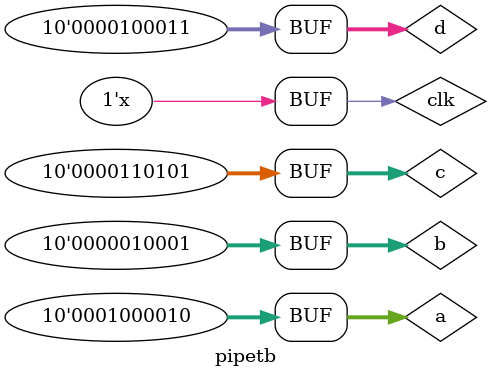
<source format=v>
`timescale 1ns / 1ps


module pipetb;

	// Inputs
	reg [9:0] a;
	reg [9:0] b;
	reg [9:0] c;
	reg [9:0] d;
	reg clk;

	// Outputs
	wire [9:0] f;

	// Instantiate the Unit Under Test (UUT)
	pipeline1 uut (
		.f(f), 
		.a(a), 
		.b(b), 
		.c(c), 
		.d(d), 
		.clk(clk)
	);

	initial 
	begin
		clk = 1;
	end
	always
	begin
	#5 clk =  ~clk;
end

initial	
begin
a = 9'h32;
		b = 9'h25;
		c = 9'h34;
		d = 9'h11;
	#10	
a = 9'h42;
		b = 9'h11;
		c = 9'h35;
		d = 9'h23;		
		end
      
endmodule


</source>
